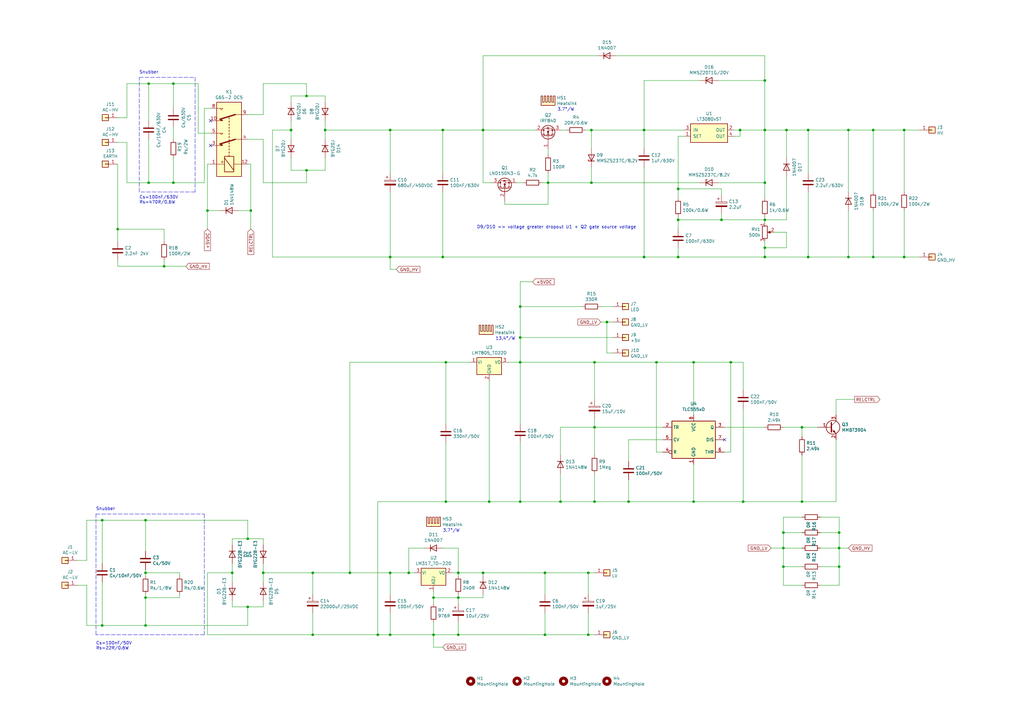
<source format=kicad_sch>
(kicad_sch (version 20211123) (generator eeschema)
  (paper "A3")
  (title_block (title "HV Power Supply") (date "2021-09-19") (rev "2b"))
  (junction (at 358.14 53.34))
  (junction (at 313.69 90.17))
  (junction (at 213.36 138.43))
  (junction (at 269.24 148.59))
  (junction (at 278.13 90.17))
  (junction (at 198.12 234.95))
  (junction (at 213.36 148.59))
  (junction (at 242.57 53.34))
  (junction (at 299.72 148.59))
  (junction (at 182.88 205.74))
  (junction (at 154.94 260.35))
  (junction (at 48.26 93.98))
  (junction (at 198.12 53.34))
  (junction (at 59.69 256.54))
  (junction (at 229.87 205.74))
  (junction (at 224.79 74.93))
  (junction (at 243.84 205.74))
  (junction (at 59.69 245.11))
  (junction (at 101.6 248.92))
  (junction (at 177.8 260.35))
  (junction (at 242.57 74.93))
  (junction (at 313.69 105.41))
  (junction (at 347.98 53.34))
  (junction (at 331.47 53.34))
  (junction (at 344.17 218.44))
  (junction (at 128.27 234.95))
  (junction (at 160.02 260.35))
  (junction (at 257.81 205.74))
  (junction (at 160.02 105.41))
  (junction (at 321.31 224.79))
  (junction (at 167.64 234.95))
  (junction (at 102.87 86.36))
  (junction (at 59.69 213.36))
  (junction (at 187.96 260.35))
  (junction (at 278.13 77.47))
  (junction (at 223.52 234.95))
  (junction (at 125.73 39.37))
  (junction (at 187.96 234.95))
  (junction (at 125.73 69.85))
  (junction (at 278.13 105.41))
  (junction (at 243.84 175.26))
  (junction (at 304.8 205.74))
  (junction (at 248.92 132.08))
  (junction (at 358.14 105.41))
  (junction (at 187.96 245.11))
  (junction (at 41.91 256.54))
  (junction (at 71.12 34.29))
  (junction (at 181.61 105.41))
  (junction (at 241.3 234.95))
  (junction (at 313.69 53.34))
  (junction (at 160.02 234.95))
  (junction (at 344.17 232.41))
  (junction (at 128.27 260.35))
  (junction (at 243.84 148.59))
  (junction (at 213.36 205.74))
  (junction (at 241.3 260.35))
  (junction (at 284.48 205.74))
  (junction (at 160.02 53.34))
  (junction (at 347.98 105.41))
  (junction (at 213.36 125.73))
  (junction (at 181.61 53.34))
  (junction (at 264.16 53.34))
  (junction (at 328.93 205.74))
  (junction (at 143.51 234.95))
  (junction (at 101.6 220.98))
  (junction (at 223.52 260.35))
  (junction (at 321.31 218.44))
  (junction (at 321.31 232.41))
  (junction (at 182.88 148.59))
  (junction (at 107.95 234.95))
  (junction (at 313.69 33.02))
  (junction (at 328.93 175.26))
  (junction (at 344.17 224.79))
  (junction (at 133.35 53.34))
  (junction (at 177.8 245.11))
  (junction (at 313.69 101.6))
  (junction (at 264.16 105.41))
  (junction (at 200.66 205.74))
  (junction (at 119.38 53.34))
  (junction (at 370.84 105.41))
  (junction (at 322.58 53.34))
  (junction (at 370.84 53.34))
  (junction (at 295.91 90.17))
  (junction (at 41.91 213.36))
  (junction (at 60.96 74.93))
  (junction (at 284.48 148.59))
  (junction (at 331.47 105.41))
  (junction (at 303.53 53.34))
  (junction (at 59.69 234.95))
  (junction (at 60.96 34.29))
  (junction (at 313.69 74.93))
  (junction (at 95.25 234.95))
  (junction (at 85.09 86.36))
  (junction (at 71.12 74.93))
  (junction (at 67.31 109.22))
  (no_connect (at 297.18 180.34))
  (no_connect (at 86.36 49.53))
  (no_connect (at 86.36 59.69))
  (wire (pts (xy 101.6 256.54) (xy 101.6 248.92)))
  (wire (pts (xy 95.25 220.98) (xy 101.6 220.98)))
  (wire (pts (xy 295.91 87.63) (xy 295.91 90.17)))
  (wire (pts (xy 313.69 101.6) (xy 322.58 101.6)))
  (wire (pts (xy 370.84 86.36) (xy 370.84 105.41)))
  (polyline (pts (xy 39.37 260.35) (xy 39.37 210.82)))
  (wire (pts (xy 60.96 57.15) (xy 60.96 74.93)))
  (wire (pts (xy 264.16 60.96) (xy 264.16 53.34)))
  (wire (pts (xy 71.12 74.93) (xy 60.96 74.93)))
  (wire (pts (xy 342.9 180.34) (xy 342.9 205.74)))
  (wire (pts (xy 107.95 46.99) (xy 107.95 34.29)))
  (wire (pts (xy 297.18 185.42) (xy 299.72 185.42)))
  (wire (pts (xy 187.96 224.79) (xy 181.61 224.79)))
  (wire (pts (xy 177.8 260.35) (xy 177.8 255.27)))
  (wire (pts (xy 128.27 260.35) (xy 128.27 251.46)))
  (wire (pts (xy 213.36 115.57) (xy 213.36 125.73)))
  (wire (pts (xy 76.2 109.22) (xy 67.31 109.22)))
  (wire (pts (xy 328.93 205.74) (xy 304.8 205.74)))
  (wire (pts (xy 336.55 224.79) (xy 344.17 224.79)))
  (wire (pts (xy 243.84 205.74) (xy 243.84 194.31)))
  (wire (pts (xy 48.26 58.42) (xy 52.07 58.42)))
  (wire (pts (xy 95.25 231.14) (xy 95.25 234.95)))
  (wire (pts (xy 35.56 256.54) (xy 41.91 256.54)))
  (wire (pts (xy 322.58 90.17) (xy 322.58 72.39)))
  (wire (pts (xy 31.75 240.03) (xy 35.56 240.03)))
  (wire (pts (xy 223.52 234.95) (xy 241.3 234.95)))
  (wire (pts (xy 322.58 101.6) (xy 322.58 95.25)))
  (wire (pts (xy 154.94 260.35) (xy 154.94 205.74)))
  (wire (pts (xy 331.47 71.12) (xy 331.47 53.34)))
  (wire (pts (xy 316.23 224.79) (xy 321.31 224.79)))
  (wire (pts (xy 241.3 251.46) (xy 241.3 260.35)))
  (polyline (pts (xy 57.15 78.74) (xy 57.15 31.75)))
  (wire (pts (xy 224.79 83.82) (xy 207.01 83.82)))
  (wire (pts (xy 229.87 205.74) (xy 213.36 205.74)))
  (wire (pts (xy 177.8 245.11) (xy 187.96 245.11)))
  (wire (pts (xy 59.69 233.68) (xy 59.69 234.95)))
  (wire (pts (xy 344.17 224.79) (xy 344.17 232.41)))
  (wire (pts (xy 242.57 60.96) (xy 242.57 53.34)))
  (wire (pts (xy 313.69 53.34) (xy 313.69 74.93)))
  (wire (pts (xy 85.09 260.35) (xy 85.09 234.95)))
  (wire (pts (xy 128.27 243.84) (xy 128.27 234.95)))
  (wire (pts (xy 160.02 260.35) (xy 177.8 260.35)))
  (wire (pts (xy 71.12 64.77) (xy 71.12 74.93)))
  (wire (pts (xy 278.13 81.28) (xy 278.13 77.47)))
  (wire (pts (xy 295.91 80.01) (xy 295.91 77.47)))
  (wire (pts (xy 322.58 64.77) (xy 322.58 53.34)))
  (wire (pts (xy 358.14 53.34) (xy 370.84 53.34)))
  (wire (pts (xy 67.31 109.22) (xy 48.26 109.22)))
  (wire (pts (xy 160.02 105.41) (xy 181.61 105.41)))
  (wire (pts (xy 313.69 33.02) (xy 313.69 22.86)))
  (wire (pts (xy 73.66 234.95) (xy 73.66 236.22)))
  (wire (pts (xy 71.12 34.29) (xy 81.28 34.29)))
  (wire (pts (xy 133.35 69.85) (xy 133.35 64.77)))
  (wire (pts (xy 331.47 78.74) (xy 331.47 105.41)))
  (wire (pts (xy 342.9 163.83) (xy 342.9 170.18)))
  (wire (pts (xy 35.56 213.36) (xy 41.91 213.36)))
  (wire (pts (xy 331.47 53.34) (xy 322.58 53.34)))
  (wire (pts (xy 160.02 110.49) (xy 160.02 105.41)))
  (wire (pts (xy 71.12 52.07) (xy 71.12 57.15)))
  (wire (pts (xy 143.51 234.95) (xy 160.02 234.95)))
  (wire (pts (xy 304.8 167.64) (xy 304.8 205.74)))
  (wire (pts (xy 232.41 53.34) (xy 229.87 53.34)))
  (wire (pts (xy 243.84 260.35) (xy 241.3 260.35)))
  (wire (pts (xy 81.28 34.29) (xy 81.28 54.61)))
  (wire (pts (xy 213.36 125.73) (xy 213.36 138.43)))
  (wire (pts (xy 328.93 212.09) (xy 321.31 212.09)))
  (wire (pts (xy 243.84 175.26) (xy 229.87 175.26)))
  (wire (pts (xy 358.14 86.36) (xy 358.14 105.41)))
  (wire (pts (xy 251.46 138.43) (xy 213.36 138.43)))
  (wire (pts (xy 181.61 265.43) (xy 177.8 265.43)))
  (wire (pts (xy 177.8 260.35) (xy 187.96 260.35)))
  (wire (pts (xy 218.44 115.57) (xy 213.36 115.57)))
  (wire (pts (xy 187.96 243.84) (xy 187.96 245.11)))
  (wire (pts (xy 264.16 33.02) (xy 264.16 53.34)))
  (wire (pts (xy 101.6 220.98) (xy 107.95 220.98)))
  (wire (pts (xy 304.8 205.74) (xy 284.48 205.74)))
  (wire (pts (xy 223.52 243.84) (xy 223.52 234.95)))
  (wire (pts (xy 344.17 224.79) (xy 347.98 224.79)))
  (wire (pts (xy 119.38 69.85) (xy 125.73 69.85)))
  (wire (pts (xy 187.96 234.95) (xy 187.96 224.79)))
  (wire (pts (xy 213.36 138.43) (xy 213.36 148.59)))
  (wire (pts (xy 181.61 78.74) (xy 181.61 105.41)))
  (wire (pts (xy 321.31 212.09) (xy 321.31 218.44)))
  (wire (pts (xy 243.84 175.26) (xy 243.84 171.45)))
  (wire (pts (xy 243.84 175.26) (xy 243.84 186.69)))
  (wire (pts (xy 187.96 234.95) (xy 198.12 234.95)))
  (wire (pts (xy 128.27 260.35) (xy 154.94 260.35)))
  (wire (pts (xy 111.76 53.34) (xy 111.76 105.41)))
  (wire (pts (xy 128.27 260.35) (xy 85.09 260.35)))
  (wire (pts (xy 248.92 132.08) (xy 251.46 132.08)))
  (wire (pts (xy 246.38 132.08) (xy 248.92 132.08)))
  (polyline (pts (xy 57.15 31.75) (xy 80.01 31.75)))
  (wire (pts (xy 223.52 251.46) (xy 223.52 260.35)))
  (wire (pts (xy 52.07 58.42) (xy 52.07 74.93)))
  (wire (pts (xy 31.75 229.87) (xy 35.56 229.87)))
  (wire (pts (xy 182.88 148.59) (xy 182.88 173.99)))
  (wire (pts (xy 107.95 220.98) (xy 107.95 223.52)))
  (wire (pts (xy 182.88 181.61) (xy 182.88 205.74)))
  (wire (pts (xy 280.67 55.88) (xy 278.13 55.88)))
  (wire (pts (xy 182.88 148.59) (xy 143.51 148.59)))
  (wire (pts (xy 187.96 260.35) (xy 223.52 260.35)))
  (wire (pts (xy 313.69 105.41) (xy 278.13 105.41)))
  (wire (pts (xy 242.57 53.34) (xy 264.16 53.34)))
  (wire (pts (xy 162.56 110.49) (xy 160.02 110.49)))
  (wire (pts (xy 133.35 53.34) (xy 133.35 57.15)))
  (wire (pts (xy 119.38 53.34) (xy 119.38 49.53)))
  (wire (pts (xy 284.48 205.74) (xy 257.81 205.74)))
  (wire (pts (xy 284.48 148.59) (xy 269.24 148.59)))
  (wire (pts (xy 278.13 90.17) (xy 278.13 93.98)))
  (wire (pts (xy 331.47 53.34) (xy 347.98 53.34)))
  (wire (pts (xy 200.66 156.21) (xy 200.66 205.74)))
  (wire (pts (xy 278.13 105.41) (xy 264.16 105.41)))
  (wire (pts (xy 313.69 22.86) (xy 252.73 22.86)))
  (wire (pts (xy 48.26 93.98) (xy 48.26 99.06)))
  (wire (pts (xy 125.73 39.37) (xy 133.35 39.37)))
  (wire (pts (xy 48.26 67.31) (xy 48.26 93.98)))
  (wire (pts (xy 313.69 81.28) (xy 313.69 74.93)))
  (wire (pts (xy 347.98 86.36) (xy 347.98 105.41)))
  (wire (pts (xy 243.84 205.74) (xy 229.87 205.74)))
  (wire (pts (xy 177.8 245.11) (xy 177.8 242.57)))
  (wire (pts (xy 344.17 240.03) (xy 336.55 240.03)))
  (wire (pts (xy 264.16 105.41) (xy 264.16 68.58)))
  (wire (pts (xy 321.31 224.79) (xy 321.31 232.41)))
  (wire (pts (xy 107.95 34.29) (xy 125.73 34.29)))
  (wire (pts (xy 160.02 53.34) (xy 181.61 53.34)))
  (wire (pts (xy 299.72 148.59) (xy 284.48 148.59)))
  (wire (pts (xy 370.84 53.34) (xy 377.19 53.34)))
  (wire (pts (xy 242.57 68.58) (xy 242.57 74.93)))
  (wire (pts (xy 328.93 224.79) (xy 321.31 224.79)))
  (wire (pts (xy 304.8 160.02) (xy 304.8 148.59)))
  (wire (pts (xy 60.96 34.29) (xy 60.96 49.53)))
  (wire (pts (xy 160.02 71.12) (xy 160.02 53.34)))
  (wire (pts (xy 328.93 175.26) (xy 321.31 175.26)))
  (wire (pts (xy 59.69 243.84) (xy 59.69 245.11)))
  (wire (pts (xy 41.91 256.54) (xy 41.91 238.76)))
  (wire (pts (xy 213.36 173.99) (xy 213.36 148.59)))
  (wire (pts (xy 119.38 41.91) (xy 119.38 39.37)))
  (wire (pts (xy 287.02 74.93) (xy 242.57 74.93)))
  (wire (pts (xy 81.28 54.61) (xy 86.36 54.61)))
  (wire (pts (xy 278.13 101.6) (xy 278.13 105.41)))
  (wire (pts (xy 347.98 53.34) (xy 347.98 78.74)))
  (wire (pts (xy 181.61 71.12) (xy 181.61 53.34)))
  (wire (pts (xy 313.69 90.17) (xy 313.69 88.9)))
  (wire (pts (xy 313.69 90.17) (xy 322.58 90.17)))
  (wire (pts (xy 344.17 212.09) (xy 344.17 218.44)))
  (wire (pts (xy 107.95 234.95) (xy 128.27 234.95)))
  (wire (pts (xy 101.6 213.36) (xy 101.6 220.98)))
  (polyline (pts (xy 80.01 78.74) (xy 57.15 78.74)))
  (wire (pts (xy 59.69 213.36) (xy 41.91 213.36)))
  (wire (pts (xy 336.55 212.09) (xy 344.17 212.09)))
  (wire (pts (xy 85.09 67.31) (xy 86.36 67.31)))
  (wire (pts (xy 119.38 57.15) (xy 119.38 53.34)))
  (wire (pts (xy 167.64 224.79) (xy 167.64 234.95)))
  (wire (pts (xy 107.95 234.95) (xy 107.95 238.76)))
  (wire (pts (xy 177.8 265.43) (xy 177.8 260.35)))
  (wire (pts (xy 321.31 240.03) (xy 328.93 240.03)))
  (wire (pts (xy 167.64 234.95) (xy 170.18 234.95)))
  (wire (pts (xy 264.16 53.34) (xy 280.67 53.34)))
  (wire (pts (xy 143.51 148.59) (xy 143.51 234.95)))
  (wire (pts (xy 102.87 67.31) (xy 102.87 86.36)))
  (wire (pts (xy 245.11 22.86) (xy 198.12 22.86)))
  (wire (pts (xy 243.84 148.59) (xy 269.24 148.59)))
  (wire (pts (xy 67.31 99.06) (xy 67.31 93.98)))
  (wire (pts (xy 125.73 74.93) (xy 107.95 74.93)))
  (wire (pts (xy 224.79 74.93) (xy 224.79 83.82)))
  (wire (pts (xy 182.88 205.74) (xy 200.66 205.74)))
  (wire (pts (xy 85.09 86.36) (xy 85.09 67.31)))
  (wire (pts (xy 313.69 91.44) (xy 313.69 90.17)))
  (wire (pts (xy 284.48 170.18) (xy 284.48 148.59)))
  (wire (pts (xy 101.6 67.31) (xy 102.87 67.31)))
  (wire (pts (xy 347.98 105.41) (xy 331.47 105.41)))
  (wire (pts (xy 347.98 53.34) (xy 358.14 53.34)))
  (wire (pts (xy 160.02 78.74) (xy 160.02 105.41)))
  (wire (pts (xy 322.58 53.34) (xy 313.69 53.34)))
  (wire (pts (xy 107.95 57.15) (xy 101.6 57.15)))
  (wire (pts (xy 299.72 185.42) (xy 299.72 148.59)))
  (wire (pts (xy 251.46 144.78) (xy 248.92 144.78)))
  (wire (pts (xy 344.17 232.41) (xy 344.17 240.03)))
  (wire (pts (xy 59.69 256.54) (xy 41.91 256.54)))
  (wire (pts (xy 185.42 234.95) (xy 187.96 234.95)))
  (wire (pts (xy 187.96 236.22) (xy 187.96 234.95)))
  (wire (pts (xy 264.16 105.41) (xy 181.61 105.41)))
  (wire (pts (xy 48.26 48.26) (xy 52.07 48.26)))
  (wire (pts (xy 101.6 46.99) (xy 107.95 46.99)))
  (wire (pts (xy 85.09 234.95) (xy 95.25 234.95)))
  (wire (pts (xy 83.82 44.45) (xy 86.36 44.45)))
  (wire (pts (xy 313.69 53.34) (xy 313.69 33.02)))
  (wire (pts (xy 223.52 260.35) (xy 241.3 260.35)))
  (wire (pts (xy 321.31 232.41) (xy 321.31 240.03)))
  (wire (pts (xy 246.38 125.73) (xy 251.46 125.73)))
  (wire (pts (xy 207.01 82.55) (xy 207.01 83.82)))
  (wire (pts (xy 224.79 74.93) (xy 242.57 74.93)))
  (wire (pts (xy 125.73 69.85) (xy 125.73 74.93)))
  (wire (pts (xy 198.12 234.95) (xy 198.12 236.22)))
  (wire (pts (xy 67.31 93.98) (xy 48.26 93.98)))
  (wire (pts (xy 198.12 243.84) (xy 198.12 245.11)))
  (wire (pts (xy 59.69 226.06) (xy 59.69 213.36)))
  (wire (pts (xy 95.25 234.95) (xy 95.25 238.76)))
  (wire (pts (xy 342.9 205.74) (xy 328.93 205.74)))
  (wire (pts (xy 303.53 53.34) (xy 300.99 53.34)))
  (wire (pts (xy 119.38 39.37) (xy 125.73 39.37)))
  (wire (pts (xy 133.35 53.34) (xy 160.02 53.34)))
  (wire (pts (xy 35.56 229.87) (xy 35.56 213.36)))
  (wire (pts (xy 71.12 34.29) (xy 71.12 44.45)))
  (wire (pts (xy 219.71 53.34) (xy 198.12 53.34)))
  (wire (pts (xy 313.69 53.34) (xy 303.53 53.34)))
  (wire (pts (xy 177.8 247.65) (xy 177.8 245.11)))
  (wire (pts (xy 328.93 186.69) (xy 328.93 205.74)))
  (wire (pts (xy 52.07 34.29) (xy 60.96 34.29)))
  (wire (pts (xy 271.78 175.26) (xy 243.84 175.26)))
  (wire (pts (xy 102.87 86.36) (xy 97.79 86.36)))
  (wire (pts (xy 160.02 260.35) (xy 160.02 251.46)))
  (wire (pts (xy 200.66 205.74) (xy 213.36 205.74)))
  (wire (pts (xy 304.8 148.59) (xy 299.72 148.59)))
  (wire (pts (xy 107.95 231.14) (xy 107.95 234.95)))
  (wire (pts (xy 95.25 248.92) (xy 95.25 246.38)))
  (wire (pts (xy 198.12 245.11) (xy 187.96 245.11)))
  (wire (pts (xy 48.26 109.22) (xy 48.26 106.68)))
  (wire (pts (xy 160.02 105.41) (xy 111.76 105.41)))
  (wire (pts (xy 73.66 245.11) (xy 59.69 245.11)))
  (wire (pts (xy 214.63 74.93) (xy 212.09 74.93)))
  (wire (pts (xy 294.64 74.93) (xy 313.69 74.93)))
  (wire (pts (xy 59.69 245.11) (xy 59.69 256.54)))
  (wire (pts (xy 107.95 74.93) (xy 107.95 57.15)))
  (wire (pts (xy 35.56 240.03) (xy 35.56 256.54)))
  (wire (pts (xy 229.87 175.26) (xy 229.87 186.69)))
  (wire (pts (xy 335.28 175.26) (xy 328.93 175.26)))
  (wire (pts (xy 344.17 224.79) (xy 344.17 218.44)))
  (wire (pts (xy 269.24 185.42) (xy 269.24 148.59)))
  (wire (pts (xy 59.69 256.54) (xy 101.6 256.54)))
  (polyline (pts (xy 83.82 260.35) (xy 39.37 260.35)))
  (wire (pts (xy 242.57 53.34) (xy 240.03 53.34)))
  (wire (pts (xy 257.81 205.74) (xy 243.84 205.74)))
  (polyline (pts (xy 83.82 210.82) (xy 83.82 260.35)))
  (wire (pts (xy 101.6 213.36) (xy 59.69 213.36)))
  (wire (pts (xy 229.87 205.74) (xy 229.87 194.31)))
  (wire (pts (xy 370.84 105.41) (xy 358.14 105.41)))
  (wire (pts (xy 198.12 234.95) (xy 223.52 234.95)))
  (wire (pts (xy 133.35 39.37) (xy 133.35 41.91)))
  (wire (pts (xy 52.07 74.93) (xy 60.96 74.93)))
  (wire (pts (xy 102.87 93.98) (xy 102.87 86.36)))
  (wire (pts (xy 295.91 90.17) (xy 278.13 90.17)))
  (wire (pts (xy 71.12 74.93) (xy 83.82 74.93)))
  (wire (pts (xy 295.91 77.47) (xy 278.13 77.47)))
  (wire (pts (xy 154.94 205.74) (xy 182.88 205.74)))
  (wire (pts (xy 303.53 55.88) (xy 303.53 53.34)))
  (wire (pts (xy 271.78 180.34) (xy 257.81 180.34)))
  (wire (pts (xy 95.25 220.98) (xy 95.25 223.52)))
  (wire (pts (xy 41.91 213.36) (xy 41.91 231.14)))
  (polyline (pts (xy 80.01 31.75) (xy 80.01 78.74)))
  (wire (pts (xy 241.3 234.95) (xy 243.84 234.95)))
  (wire (pts (xy 321.31 218.44) (xy 321.31 224.79)))
  (wire (pts (xy 322.58 95.25) (xy 317.5 95.25)))
  (wire (pts (xy 377.19 105.41) (xy 370.84 105.41)))
  (wire (pts (xy 224.79 63.5) (xy 224.79 60.96)))
  (wire (pts (xy 278.13 88.9) (xy 278.13 90.17)))
  (wire (pts (xy 213.36 148.59) (xy 243.84 148.59)))
  (wire (pts (xy 125.73 39.37) (xy 125.73 34.29)))
  (wire (pts (xy 119.38 64.77) (xy 119.38 69.85)))
  (wire (pts (xy 128.27 234.95) (xy 143.51 234.95)))
  (polyline (pts (xy 39.37 210.82) (xy 83.82 210.82)))
  (wire (pts (xy 198.12 74.93) (xy 198.12 53.34)))
  (wire (pts (xy 59.69 236.22) (xy 59.69 234.95)))
  (wire (pts (xy 187.96 260.35) (xy 187.96 255.27)))
  (wire (pts (xy 73.66 243.84) (xy 73.66 245.11)))
  (wire (pts (xy 213.36 125.73) (xy 238.76 125.73)))
  (wire (pts (xy 243.84 163.83) (xy 243.84 148.59)))
  (wire (pts (xy 198.12 22.86) (xy 198.12 53.34)))
  (wire (pts (xy 241.3 243.84) (xy 241.3 234.95)))
  (wire (pts (xy 344.17 218.44) (xy 336.55 218.44)))
  (wire (pts (xy 248.92 144.78) (xy 248.92 132.08)))
  (wire (pts (xy 331.47 105.41) (xy 313.69 105.41)))
  (wire (pts (xy 101.6 248.92) (xy 107.95 248.92)))
  (wire (pts (xy 287.02 33.02) (xy 264.16 33.02)))
  (wire (pts (xy 160.02 243.84) (xy 160.02 234.95)))
  (wire (pts (xy 313.69 90.17) (xy 295.91 90.17)))
  (wire (pts (xy 313.69 101.6) (xy 313.69 99.06)))
  (wire (pts (xy 187.96 245.11) (xy 187.96 247.65)))
  (wire (pts (xy 133.35 49.53) (xy 133.35 53.34)))
  (wire (pts (xy 59.69 234.95) (xy 73.66 234.95)))
  (wire (pts (xy 95.25 248.92) (xy 101.6 248.92)))
  (wire (pts (xy 160.02 234.95) (xy 167.64 234.95)))
  (wire (pts (xy 224.79 71.12) (xy 224.79 74.93)))
  (wire (pts (xy 154.94 260.35) (xy 160.02 260.35)))
  (wire (pts (xy 358.14 105.41) (xy 347.98 105.41)))
  (wire (pts (xy 313.69 33.02) (xy 294.64 33.02)))
  (wire (pts (xy 358.14 78.74) (xy 358.14 53.34)))
  (wire (pts (xy 213.36 205.74) (xy 213.36 181.61)))
  (wire (pts (xy 328.93 232.41) (xy 321.31 232.41)))
  (wire (pts (xy 125.73 69.85) (xy 133.35 69.85)))
  (wire (pts (xy 85.09 86.36) (xy 90.17 86.36)))
  (wire (pts (xy 313.69 105.41) (xy 313.69 101.6)))
  (wire (pts (xy 107.95 246.38) (xy 107.95 248.92)))
  (wire (pts (xy 271.78 185.42) (xy 269.24 185.42)))
  (wire (pts (xy 83.82 74.93) (xy 83.82 44.45)))
  (wire (pts (xy 278.13 55.88) (xy 278.13 77.47)))
  (wire (pts (xy 328.93 218.44) (xy 321.31 218.44)))
  (wire (pts (xy 222.25 74.93) (xy 224.79 74.93)))
  (wire (pts (xy 201.93 74.93) (xy 198.12 74.93)))
  (wire (pts (xy 350.52 163.83) (xy 342.9 163.83)))
  (wire (pts (xy 284.48 190.5) (xy 284.48 205.74)))
  (wire (pts (xy 257.81 180.34) (xy 257.81 189.23)))
  (wire (pts (xy 300.99 55.88) (xy 303.53 55.88)))
  (wire (pts (xy 336.55 232.41) (xy 344.17 232.41)))
  (wire (pts (xy 198.12 53.34) (xy 181.61 53.34)))
  (wire (pts (xy 257.81 205.74) (xy 257.81 196.85)))
  (wire (pts (xy 328.93 179.07) (xy 328.93 175.26)))
  (wire (pts (xy 85.09 93.98) (xy 85.09 86.36)))
  (wire (pts (xy 297.18 175.26) (xy 313.69 175.26)))
  (wire (pts (xy 67.31 106.68) (xy 67.31 109.22)))
  (wire (pts (xy 370.84 78.74) (xy 370.84 53.34)))
  (wire (pts (xy 193.04 148.59) (xy 182.88 148.59)))
  (wire (pts (xy 71.12 34.29) (xy 60.96 34.29)))
  (wire (pts (xy 119.38 53.34) (xy 111.76 53.34)))
  (wire (pts (xy 173.99 224.79) (xy 167.64 224.79)))
  (wire (pts (xy 208.28 148.59) (xy 213.36 148.59)))
  (wire (pts (xy 52.07 48.26) (xy 52.07 34.29)))
  (text "Snubber" (at 39.37 209.55 0) (effects (font (size 1.27 1.27)) (justify left bottom)))
  (text "D9/D10 => voltage greater dropout U1 + Q2 gate source voltage" (at 195.58 93.98 0) (effects (font (size 1.27 1.27)) (justify left bottom)))
  (text "Cs=100nF/630V\nRs=470R/0.6W" (at 57.15 83.82 0) (effects (font (size 1.27 1.27)) (justify left bottom)))
  (text "Snubber" (at 57.15 30.48 0) (effects (font (size 1.27 1.27)) (justify left bottom)))
  (text "13,4°/W" (at 203.2 139.7 0) (effects (font (size 1.27 1.27)) (justify left bottom)))
  (text "3.7°/W" (at 228.6 45.72 0) (effects (font (size 1.27 1.27)) (justify left bottom)))
  (text "Cs=100nF/50V\nRs=22R/0.6W" (at 39.37 266.7 0) (effects (font (size 1.27 1.27)) (justify left bottom)))
  (text "3.7°/W" (at 181.61 218.44 0) (effects (font (size 1.27 1.27)) (justify left bottom)))
  (global_label "RELCTRL" (shape input) (at 102.87 93.98 270) (property "Intersheet References" "${INTERSHEET_REFS}" (effects hide)))
  (global_label "+5VDC" (shape input) (at 218.44 115.57 0) (property "Intersheet References" "${INTERSHEET_REFS}" (effects hide)))
  (global_label "GND_LV" (shape input) (at 181.61 265.43 0) (property "Intersheet References" "${INTERSHEET_REFS}" (effects hide)))
  (global_label "+5VDC" (shape input) (at 85.09 93.98 270) (property "Intersheet References" "${INTERSHEET_REFS}" (effects hide)))
  (global_label "GND_HV" (shape input) (at 162.56 110.49 0) (property "Intersheet References" "${INTERSHEET_REFS}" (effects hide)))
  (global_label "GND_LV" (shape input) (at 316.23 224.79 180) (property "Intersheet References" "${INTERSHEET_REFS}" (effects hide)))
  (global_label "RELCTRL" (shape output) (at 350.52 163.83 0) (property "Intersheet References" "${INTERSHEET_REFS}" (effects hide)))
  (global_label "GND_HV" (shape input) (at 76.2 109.22 0) (property "Intersheet References" "${INTERSHEET_REFS}" (effects hide)))
  (global_label "GND_LV" (shape input) (at 246.38 132.08 180) (property "Intersheet References" "${INTERSHEET_REFS}" (effects hide)))
  (global_label "GND_HV" (shape input) (at 347.98 224.79 0) (property "Intersheet References" "${INTERSHEET_REFS}" (effects hide)))
  (symbol (lib_id "Mechanical:MountingHole") (at 212.09 279.4 0) (unit 1)
    (property "Reference" "H2" (at 214.63 278.2316 0) (effects (justify left)))
    (property "Value" "MountingHole" (at 214.63 280.543 0) (effects (justify left)))
    (property "Footprint" "MountingHole:MountingHole_3.2mm_M3" (effects hide))
  )
  (symbol (lib_id "Mechanical:MountingHole") (at 231.14 279.4 0) (unit 1)
    (property "Reference" "H3" (at 233.68 278.2316 0) (effects (justify left)))
    (property "Value" "MountingHole" (at 233.68 280.543 0) (effects (justify left)))
    (property "Footprint" "MountingHole:MountingHole_3.2mm_M3" (effects hide))
  )
  (symbol (lib_id "Mechanical:MountingHole") (at 193.04 279.4 0) (unit 1)
    (property "Reference" "H1" (at 195.58 278.2316 0) (effects (justify left)))
    (property "Value" "MountingHole" (at 195.58 280.543 0) (effects (justify left)))
    (property "Footprint" "MountingHole:MountingHole_3.2mm_M3" (effects hide))
  )
  (symbol (lib_id "Mechanical:MountingHole") (at 248.92 279.4 0) (unit 1)
    (property "Reference" "H4" (at 251.46 278.2316 0) (effects (justify left)))
    (property "Value" "MountingHole" (at 251.46 280.543 0) (effects (justify left)))
    (property "Footprint" "MountingHole:MountingHole_3.2mm_M3" (effects hide))
  )
  (symbol (lib_id "Connector_Generic:Conn_01x01") (at 382.27 53.34 0) (unit 1)
    (property "Reference" "J3" (at 384.302 52.2732 0) (effects (justify left)))
    (property "Value" "HV" (at 384.302 54.5846 0) (effects (justify left)))
    (property "Footprint" "Connector_Pin:Pin_D1.3mm_L11.0mm" (effects hide))
  )
  (symbol (lib_id "Device:C_Polarized") (at 160.02 74.93 0) (unit 1)
    (property "Reference" "C10" (at 163.0172 73.7616 0) (effects (justify left)))
    (property "Value" "680uF/450VDC" (at 163.0172 76.073 0) (effects (justify left)))
    (property "Footprint" "Capacitor_THT:CP_Radial_D35.0mm_P10.00mm_SnapIn" (effects hide))
  )
  (symbol (lib_id "Device:C") (at 181.61 74.93 0) (unit 1)
    (property "Reference" "C11" (at 184.531 73.7616 0) (effects (justify left)))
    (property "Value" "100nF/630V" (at 184.531 76.073 0) (effects (justify left)))
    (property "Footprint" "Capacitor_THT:C_Rect_L18.0mm_W5.0mm_P15.00mm_FKS3_FKP3" (effects hide))
  )
  (symbol (lib_id "Device:Q_NMOS_SGD") (at 207.01 77.47 90) (unit 1)
    (property "Reference" "Q1" (at 207.01 68.7832 90))
    (property "Value" "LND150N3-G" (at 207.01 71.0946 90))
    (property "Footprint" "Package_TO_SOT_SMD:SOT-89-3" (effects hide))
  )
  (symbol (lib_id "Device:R") (at 218.44 74.93 270) (unit 1)
    (property "Reference" "R2" (at 218.44 69.6722 90))
    (property "Value" "4.7k" (at 218.44 71.9836 90))
    (property "Footprint" "Resistor_SMD:R_0805_2012Metric_Pad1.20x1.40mm_HandSolder" (effects hide))
  )
  (symbol (lib_id "Transistor_FET:IRF740") (at 224.79 55.88 90) (unit 1)
    (property "Reference" "Q2" (at 224.79 47.1932 90))
    (property "Value" "IRF840" (at 224.79 49.5046 90))
    (property "Footprint" "Package_TO_SOT_THT:TO-220-3_Vertical" (effects hide))
    (property "Datasheet" "http://www.vishay.com/docs/91054/91054.pdf" (effects hide))
  )
  (symbol (lib_id "Device:R") (at 236.22 53.34 270) (unit 1)
    (property "Reference" "R4" (at 236.22 48.0822 90))
    (property "Value" "20R/0.6W" (at 236.22 50.3936 90))
    (property "Footprint" "Resistor_THT:R_Axial_DIN0207_L6.3mm_D2.5mm_P10.16mm_Horizontal" (effects hide))
  )
  (symbol (lib_id "Device:R") (at 224.79 67.31 180) (unit 1)
    (property "Reference" "R3" (at 226.568 66.1416 0) (effects (justify right)))
    (property "Value" "100R" (at 226.568 68.453 0) (effects (justify right)))
    (property "Footprint" "Resistor_SMD:R_0805_2012Metric_Pad1.20x1.40mm_HandSolder" (effects hide))
  )
  (symbol (lib_id "Diode:1N47xxA") (at 242.57 64.77 90) (unit 1)
    (property "Reference" "D9" (at 244.602 63.6016 90) (effects (justify right)))
    (property "Value" "MMSZ5237C/8.2V" (at 244.602 65.913 90) (effects (justify right)))
    (property "Footprint" "Diode_SMD:D_SOD-123" (effects hide))
  )
  (symbol (lib_id "Device:R") (at 332.74 218.44 270) (unit 1)
    (property "Reference" "R17" (at 333.9084 220.218 0) (effects (justify left)))
    (property "Value" "0R" (at 331.597 220.218 0) (effects (justify left)))
    (property "Footprint" "Resistor_SMD:R_1206_3216Metric_Pad1.30x1.75mm_HandSolder" (effects hide))
  )
  (symbol (lib_id "Device:C") (at 264.16 64.77 0) (unit 1)
    (property "Reference" "C12" (at 267.081 63.6016 0) (effects (justify left)))
    (property "Value" "1uF/630V" (at 267.081 65.913 0) (effects (justify left)))
    (property "Footprint" "Capacitor_THT:C_Rect_L26.5mm_W10.5mm_P22.50mm_MKS4" (effects hide))
  )
  (symbol (lib_id "Diode:1N47xxA") (at 290.83 74.93 0) (unit 1)
    (property "Reference" "D10" (at 290.83 69.4182 0))
    (property "Value" "MMSZ5237C/8.2V" (at 290.83 71.7296 0))
    (property "Footprint" "Diode_SMD:D_SOD-123" (effects hide))
  )
  (symbol (lib_id "Device:R") (at 278.13 85.09 180) (unit 1)
    (property "Reference" "R5" (at 279.908 83.9216 0) (effects (justify right)))
    (property "Value" "100k/0.6W" (at 279.908 86.233 0) (effects (justify right)))
    (property "Footprint" "Resistor_THT:R_Axial_DIN0207_L6.3mm_D2.5mm_P10.16mm_Horizontal" (effects hide))
  )
  (symbol (lib_id "Device:R") (at 313.69 85.09 180) (unit 1)
    (property "Reference" "R6" (at 315.468 83.9216 0) (effects (justify right)))
    (property "Value" "1k/0.6W" (at 315.468 86.233 0) (effects (justify right)))
    (property "Footprint" "Resistor_THT:R_Axial_DIN0207_L6.3mm_D2.5mm_P10.16mm_Horizontal" (effects hide))
  )
  (symbol (lib_id "Device:R_Potentiometer") (at 313.69 95.25 0) (unit 1)
    (property "Reference" "RV1" (at 311.9374 94.0816 0) (effects (justify right)))
    (property "Value" "500k" (at 311.9374 96.393 0) (effects (justify right)))
    (property "Footprint" "Potentiometer_THT:Potentiometer_Bourns_3296W_Vertical" (effects hide))
  )
  (symbol (lib_id "Device:R") (at 332.74 212.09 270) (unit 1)
    (property "Reference" "R16" (at 333.9084 213.868 0) (effects (justify left)))
    (property "Value" "0R" (at 331.597 213.868 0) (effects (justify left)))
    (property "Footprint" "Resistor_SMD:R_1206_3216Metric_Pad1.30x1.75mm_HandSolder" (effects hide))
  )
  (symbol (lib_id "Device:C_Polarized") (at 128.27 247.65 0) (unit 1)
    (property "Reference" "C14" (at 131.2672 246.4816 0) (effects (justify left)))
    (property "Value" "22000uF/25VDC" (at 131.2672 248.793 0) (effects (justify left)))
    (property "Footprint" "Capacitor_THT:CP_Radial_D35.0mm_P10.00mm_SnapIn" (effects hide))
  )
  (symbol (lib_id "Regulator_Linear:LM317_TO-220") (at 177.8 234.95 0) (unit 1)
    (property "Reference" "U2" (at 177.8 228.8032 0))
    (property "Value" "LM317_TO-220" (at 177.8 231.1146 0))
    (property "Footprint" "Package_TO_SOT_THT:TO-220-3_Vertical" (effects hide))
    (property "Datasheet" "http://www.ti.com/lit/ds/symlink/lm317.pdf" (effects hide))
  )
  (symbol (lib_id "Device:C") (at 160.02 247.65 0) (unit 1)
    (property "Reference" "C15" (at 162.941 246.4816 0) (effects (justify left)))
    (property "Value" "100nF/50V" (at 162.941 248.793 0) (effects (justify left)))
    (property "Footprint" "Capacitor_SMD:C_0805_2012Metric_Pad1.18x1.45mm_HandSolder" (effects hide))
  )
  (symbol (lib_id "Device:R") (at 177.8 251.46 0) (unit 1)
    (property "Reference" "R7" (at 179.578 250.2916 0) (effects (justify left)))
    (property "Value" "976R" (at 179.578 252.603 0) (effects (justify left)))
    (property "Footprint" "Resistor_SMD:R_0805_2012Metric_Pad1.20x1.40mm_HandSolder" (effects hide))
  )
  (symbol (lib_id "Device:R") (at 187.96 240.03 0) (unit 1)
    (property "Reference" "R8" (at 189.738 238.8616 0) (effects (justify left)))
    (property "Value" "240R" (at 189.738 241.173 0) (effects (justify left)))
    (property "Footprint" "Resistor_SMD:R_0805_2012Metric_Pad1.20x1.40mm_HandSolder" (effects hide))
  )
  (symbol (lib_id "Diode:1N4007") (at 177.8 224.79 0) (unit 1)
    (property "Reference" "D11" (at 177.8 219.2782 0))
    (property "Value" "1N4007" (at 177.8 221.5896 0))
    (property "Footprint" "Diode_SMD:D_SMA_Handsoldering" (effects hide))
    (property "Datasheet" "http://www.vishay.com/docs/88503/1n4001.pdf" (effects hide))
  )
  (symbol (lib_id "Device:C_Polarized") (at 187.96 251.46 0) (unit 1)
    (property "Reference" "C17" (at 190.9572 250.2916 0) (effects (justify left)))
    (property "Value" "10uF/25V" (at 190.9572 252.603 0) (effects (justify left)))
    (property "Footprint" "Capacitor_THT:CP_Radial_D5.0mm_P2.00mm" (effects hide))
  )
  (symbol (lib_id "Diode:1N4007") (at 198.12 240.03 270) (unit 1)
    (property "Reference" "D12" (at 200.152 238.8616 90) (effects (justify left)))
    (property "Value" "1N4148W" (at 200.152 241.173 90) (effects (justify left)))
    (property "Footprint" "Diode_SMD:D_SOD-123" (effects hide))
    (property "Datasheet" "http://www.vishay.com/docs/88503/1n4001.pdf" (effects hide))
  )
  (symbol (lib_id "Device:C") (at 331.47 74.93 0) (unit 1)
    (property "Reference" "C23" (at 334.391 73.7616 0) (effects (justify left)))
    (property "Value" "2.2uF/630V" (at 334.391 76.073 0) (effects (justify left)))
    (property "Footprint" "Capacitor_THT:C_Rect_L33.0mm_W15.0mm_P27.50mm_MKS4" (effects hide))
  )
  (symbol (lib_id "Diode:1N47xxA") (at 290.83 33.02 0) (unit 1)
    (property "Reference" "D16" (at 290.83 27.5082 0))
    (property "Value" "MMSZ20T1G/20V" (at 290.83 29.8196 0))
    (property "Footprint" "Diode_SMD:D_SOD-123" (effects hide))
  )
  (symbol (lib_id "Connector_Generic:Conn_01x01") (at 382.27 105.41 0) (unit 1)
    (property "Reference" "J4" (at 384.302 104.3432 0) (effects (justify left)))
    (property "Value" "GND_HV" (at 384.302 106.6546 0) (effects (justify left)))
    (property "Footprint" "Connector_Pin:Pin_D1.3mm_L11.0mm" (effects hide))
  )
  (symbol (lib_id "Transistor_BJT:MMBT3904") (at 340.36 175.26 0) (unit 1)
    (property "Reference" "Q3" (at 345.2114 174.0916 0) (effects (justify left)))
    (property "Value" "MMBT3904" (at 345.2114 176.403 0) (effects (justify left)))
    (property "Footprint" "Package_TO_SOT_SMD:SOT-23" (effects hide))
    (property "Datasheet" "https://www.onsemi.com/pub/Collateral/2N3903-D.PDF" (effects hide))
  )
  (symbol (lib_id "Device:R") (at 328.93 182.88 0) (unit 1)
    (property "Reference" "R11" (at 330.708 181.7116 0) (effects (justify left)))
    (property "Value" "2.49k" (at 330.708 184.023 0) (effects (justify left)))
    (property "Footprint" "Resistor_SMD:R_0805_2012Metric_Pad1.20x1.40mm_HandSolder" (effects hide))
  )
  (symbol (lib_id "Device:R") (at 317.5 175.26 270) (unit 1)
    (property "Reference" "R10" (at 317.5 170.0022 90))
    (property "Value" "2.49k" (at 317.5 172.3136 90))
    (property "Footprint" "Resistor_SMD:R_0805_2012Metric_Pad1.20x1.40mm_HandSolder" (effects hide))
  )
  (symbol (lib_id "Timer:TLC555xD") (at 284.48 180.34 0) (unit 1)
    (property "Reference" "U4" (at 284.48 165.5826 0))
    (property "Value" "TLC555xD" (at 284.48 167.894 0))
    (property "Footprint" "Package_SO:SOIC-8_3.9x4.9mm_P1.27mm" (effects hide))
    (property "Datasheet" "http://www.ti.com/lit/ds/symlink/tlc555.pdf" (effects hide))
  )
  (symbol (lib_id "Regulator_Linear:LM7805_TO220") (at 200.66 148.59 0) (unit 1)
    (property "Reference" "U3" (at 200.66 142.4432 0))
    (property "Value" "LM7805_TO220" (at 200.66 144.7546 0))
    (property "Footprint" "Package_TO_SOT_THT:TO-220-3_Vertical" (effects hide))
    (property "Datasheet" "https://www.onsemi.cn/PowerSolutions/document/MC7800-D.PDF" (effects hide))
  )
  (symbol (lib_id "Device:C") (at 304.8 163.83 0) (unit 1)
    (property "Reference" "C22" (at 307.721 162.6616 0) (effects (justify left)))
    (property "Value" "100nF/50V" (at 307.721 164.973 0) (effects (justify left)))
    (property "Footprint" "Capacitor_SMD:C_0805_2012Metric_Pad1.18x1.45mm_HandSolder" (effects hide))
  )
  (symbol (lib_id "Device:C_Polarized") (at 241.3 247.65 0) (unit 1)
    (property "Reference" "C19" (at 244.2972 246.4816 0) (effects (justify left)))
    (property "Value" "1uF/25V" (at 244.2972 248.793 0) (effects (justify left)))
    (property "Footprint" "Capacitor_THT:CP_Radial_D5.0mm_P2.00mm" (effects hide))
  )
  (symbol (lib_id "Connector_Generic:Conn_01x01") (at 248.92 260.35 0) (unit 1)
    (property "Reference" "J6" (at 250.952 259.2832 0) (effects (justify left)))
    (property "Value" "GND_LV" (at 250.952 261.5946 0) (effects (justify left)))
    (property "Footprint" "Connector_Pin:Pin_D1.3mm_L11.0mm" (effects hide))
  )
  (symbol (lib_id "Connector_Generic:Conn_01x01") (at 248.92 234.95 0) (unit 1)
    (property "Reference" "J5" (at 250.952 233.8832 0) (effects (justify left)))
    (property "Value" "LV" (at 250.952 236.1946 0) (effects (justify left)))
    (property "Footprint" "Connector_Pin:Pin_D1.3mm_L11.0mm" (effects hide))
  )
  (symbol (lib_id "Diode:1N4007") (at 248.92 22.86 0) (unit 1)
    (property "Reference" "D15" (at 248.92 17.3482 0))
    (property "Value" "1N4007" (at 248.92 19.6596 0))
    (property "Footprint" "Diode_SMD:D_SMA_Handsoldering" (effects hide))
    (property "Datasheet" "http://www.vishay.com/docs/88503/1n4001.pdf" (effects hide))
  )
  (symbol (lib_id "Device:C") (at 257.81 193.04 0) (unit 1)
    (property "Reference" "C21" (at 260.731 191.8716 0) (effects (justify left)))
    (property "Value" "100nF/50V" (at 260.731 194.183 0) (effects (justify left)))
    (property "Footprint" "Capacitor_SMD:C_0805_2012Metric_Pad1.18x1.45mm_HandSolder" (effects hide))
  )
  (symbol (lib_id "Device:C_Polarized") (at 243.84 167.64 0) (unit 1)
    (property "Reference" "C20" (at 246.8372 166.4716 0) (effects (justify left)))
    (property "Value" "15uF/10V" (at 246.8372 168.783 0) (effects (justify left)))
    (property "Footprint" "Capacitor_Tantalum_SMD:CP_EIA-3216-12_Kemet-S_Pad1.58x1.35mm_HandSolder" (effects hide))
  )
  (symbol (lib_id "Device:R") (at 243.84 190.5 0) (unit 1)
    (property "Reference" "R9" (at 245.618 189.3316 0) (effects (justify left)))
    (property "Value" "1Meg" (at 245.618 191.643 0) (effects (justify left)))
    (property "Footprint" "Resistor_SMD:R_0805_2012Metric_Pad1.20x1.40mm_HandSolder" (effects hide))
  )
  (symbol (lib_id "Diode:1N4148W") (at 229.87 190.5 270) (unit 1)
    (property "Reference" "D13" (at 231.902 189.3316 90) (effects (justify left)))
    (property "Value" "1N4148W" (at 231.902 191.643 90) (effects (justify left)))
    (property "Footprint" "Diode_SMD:D_SOD-123" (effects hide))
    (property "Datasheet" "https://www.vishay.com/docs/85748/1n4148w.pdf" (effects hide))
  )
  (symbol (lib_id "Device:C_Polarized") (at 295.91 83.82 0) (unit 1)
    (property "Reference" "C13" (at 298.9072 82.6516 0) (effects (justify left)))
    (property "Value" "2.2uF" (at 298.9072 84.963 0) (effects (justify left)))
    (property "Footprint" "Capacitor_THT:CP_Radial_D5.0mm_P2.50mm" (effects hide))
  )
  (symbol (lib_id "Device:C") (at 182.88 177.8 0) (unit 1)
    (property "Reference" "C16" (at 185.801 176.6316 0) (effects (justify left)))
    (property "Value" "330nF/50V" (at 185.801 178.943 0) (effects (justify left)))
    (property "Footprint" "Capacitor_SMD:C_0805_2012Metric_Pad1.18x1.45mm_HandSolder" (effects hide))
  )
  (symbol (lib_id "Device:C") (at 213.36 177.8 0) (unit 1)
    (property "Reference" "C18" (at 216.281 176.6316 0) (effects (justify left)))
    (property "Value" "100nF/50V" (at 216.281 178.943 0) (effects (justify left)))
    (property "Footprint" "Capacitor_SMD:C_0805_2012Metric_Pad1.18x1.45mm_HandSolder" (effects hide))
  )
  (symbol (lib_id "Mechanical:Heatsink") (at 177.8 215.9 0) (unit 1)
    (property "Reference" "HS3" (at 181.4068 212.8266 0) (effects (justify left)))
    (property "Value" "Heatsink" (at 181.4068 215.138 0) (effects (justify left)))
    (property "Footprint" "Heatsink:Heatsink_Fischer_SK129-STS_42x25mm_2xDrill2.5mm" (effects hide))
  )
  (symbol (lib_id "Device:R") (at 332.74 224.79 270) (unit 1)
    (property "Reference" "R12" (at 333.9084 226.568 0) (effects (justify left)))
    (property "Value" "0R" (at 331.597 226.568 0) (effects (justify left)))
    (property "Footprint" "Resistor_SMD:R_1206_3216Metric_Pad1.30x1.75mm_HandSolder" (effects hide))
  )
  (symbol (lib_id "Device:R") (at 332.74 232.41 270) (unit 1)
    (property "Reference" "R13" (at 333.9084 234.188 0) (effects (justify left)))
    (property "Value" "0R" (at 331.597 234.188 0) (effects (justify left)))
    (property "Footprint" "Resistor_SMD:R_1206_3216Metric_Pad1.30x1.75mm_HandSolder" (effects hide))
  )
  (symbol (lib_id "Device:R") (at 332.74 240.03 270) (unit 1)
    (property "Reference" "R14" (at 333.9084 241.808 0) (effects (justify left)))
    (property "Value" "0R" (at 331.597 241.808 0) (effects (justify left)))
    (property "Footprint" "Resistor_SMD:R_1206_3216Metric_Pad1.30x1.75mm_HandSolder" (effects hide))
  )
  (symbol (lib_id "Device:R") (at 242.57 125.73 270) (unit 1)
    (property "Reference" "R15" (at 242.57 120.4722 90))
    (property "Value" "330R" (at 242.57 122.7836 90))
    (property "Footprint" "Resistor_SMD:R_0805_2012Metric_Pad1.20x1.40mm_HandSolder" (effects hide))
  )
  (symbol (lib_id "Connector_Generic:Conn_01x01") (at 256.54 132.08 0) (unit 1)
    (property "Reference" "J8" (at 258.572 131.0132 0) (effects (justify left)))
    (property "Value" "GND_LV" (at 258.572 133.3246 0) (effects (justify left)))
    (property "Footprint" "Connector_Pin:Pin_D1.0mm_L10.0mm" (effects hide))
  )
  (symbol (lib_id "Connector_Generic:Conn_01x01") (at 256.54 125.73 0) (unit 1)
    (property "Reference" "J7" (at 258.572 124.6632 0) (effects (justify left)))
    (property "Value" "LED" (at 258.572 126.9746 0) (effects (justify left)))
    (property "Footprint" "Connector_Pin:Pin_D1.0mm_L10.0mm" (effects hide))
  )
  (symbol (lib_id "Connector_Generic:Conn_01x01") (at 256.54 144.78 0) (unit 1)
    (property "Reference" "J10" (at 258.572 143.7132 0) (effects (justify left)))
    (property "Value" "GND_LV" (at 258.572 146.0246 0) (effects (justify left)))
    (property "Footprint" "Connector_Pin:Pin_D1.0mm_L10.0mm" (effects hide))
  )
  (symbol (lib_id "Connector_Generic:Conn_01x01") (at 256.54 138.43 0) (unit 1)
    (property "Reference" "J9" (at 258.572 137.3632 0) (effects (justify left)))
    (property "Value" "+5V" (at 258.572 139.6746 0) (effects (justify left)))
    (property "Footprint" "Connector_Pin:Pin_D1.0mm_L10.0mm" (effects hide))
  )
  (symbol (lib_id "Device:C") (at 278.13 97.79 0) (unit 1)
    (property "Reference" "C7" (at 281.051 96.6216 0) (effects (justify left)))
    (property "Value" "100nF/630V" (at 281.051 98.933 0) (effects (justify left)))
    (property "Footprint" "Capacitor_THT:C_Rect_L18.0mm_W5.0mm_P15.00mm_FKS3_FKP3" (effects hide))
  )
  (symbol (lib_id "Device:R") (at 358.14 82.55 0) (unit 1)
    (property "Reference" "R21" (at 359.918 81.3816 0) (effects (justify left)))
    (property "Value" "100k/2W" (at 359.918 83.693 0) (effects (justify left)))
    (property "Footprint" "Resistor_THT:R_Axial_DIN0414_L11.9mm_D4.5mm_P15.24mm_Horizontal" (effects hide))
  )
  (symbol (lib_id "Mechanical:Heatsink") (at 199.39 137.16 0) (unit 1)
    (property "Reference" "HS2" (at 202.9968 134.0866 0) (effects (justify left)))
    (property "Value" "Heatsink" (at 202.9968 136.398 0) (effects (justify left)))
    (property "Footprint" "Heatsink:Heatsink_Fischer_SK104-STC-STIC_35x13mm_2xDrill2.5mm" (effects hide))
  )
  (symbol (lib_id "Diode:1N4007") (at 322.58 68.58 270) (unit 1)
    (property "Reference" "D17" (at 328.0918 68.58 0))
    (property "Value" "1N4007" (at 325.7804 68.58 0))
    (property "Footprint" "Diode_SMD:D_SMA_Handsoldering" (effects hide))
    (property "Datasheet" "http://www.vishay.com/docs/88503/1n4001.pdf" (effects hide))
  )
  (symbol (lib_id "Diode:1N4007") (at 347.98 82.55 270) (unit 1)
    (property "Reference" "D18" (at 353.4918 82.55 0))
    (property "Value" "1N4007" (at 351.1804 82.55 0))
    (property "Footprint" "Diode_SMD:D_SMA_Handsoldering" (effects hide))
    (property "Datasheet" "http://www.vishay.com/docs/88503/1n4001.pdf" (effects hide))
  )
  (symbol (lib_id "Device:D") (at 95.25 227.33 270) (unit 1)
    (property "Reference" "D2" (at 100.7618 227.33 0))
    (property "Value" "BYG22B-E3" (at 98.4504 227.33 0))
    (property "Footprint" "Diode_SMD:D_SMA_Handsoldering" (effects hide))
  )
  (symbol (lib_id "Device:D") (at 95.25 242.57 90) (unit 1)
    (property "Reference" "D3" (at 89.7382 242.57 0))
    (property "Value" "BYG22B-E3" (at 92.0496 242.57 0))
    (property "Footprint" "Diode_SMD:D_SMA_Handsoldering" (effects hide))
  )
  (symbol (lib_id "Device:D") (at 107.95 227.33 90) (unit 1)
    (property "Reference" "D4" (at 102.4382 227.33 0))
    (property "Value" "BYG22B-E3" (at 104.7496 227.33 0))
    (property "Footprint" "Diode_SMD:D_SMA_Handsoldering" (effects hide))
  )
  (symbol (lib_id "Device:D") (at 107.95 242.57 270) (unit 1)
    (property "Reference" "D5" (at 113.4618 242.57 0))
    (property "Value" "BYG22B-E3" (at 111.1504 242.57 0))
    (property "Footprint" "Diode_SMD:D_SMA_Handsoldering" (effects hide))
  )
  (symbol (lib_id "Connector_Generic:Conn_01x01") (at 26.67 229.87 0) (mirror y) (unit 1)
    (property "Reference" "J1" (at 28.7528 224.3582 0))
    (property "Value" "AC-LV" (at 28.7528 226.6696 0))
    (property "Footprint" "Connector_Pin:Pin_D1.3mm_L11.0mm" (effects hide))
  )
  (symbol (lib_id "Connector_Generic:Conn_01x01") (at 26.67 240.03 0) (mirror y) (unit 1)
    (property "Reference" "J2" (at 28.7528 234.5182 0))
    (property "Value" "AC-LV" (at 28.7528 236.8296 0))
    (property "Footprint" "Connector_Pin:Pin_D1.3mm_L11.0mm" (effects hide))
  )
  (symbol (lib_id "Device:C") (at 41.91 234.95 0) (unit 1)
    (property "Reference" "C1" (at 44.831 233.7816 0) (effects (justify left)))
    (property "Value" "Cx/10nF/50V" (at 44.831 236.093 0) (effects (justify left)))
    (property "Footprint" "Capacitor_SMD:C_0805_2012Metric_Pad1.18x1.45mm_HandSolder" (effects hide))
  )
  (symbol (lib_id "Device:C") (at 59.69 229.87 0) (unit 1)
    (property "Reference" "C3" (at 62.611 228.7016 0) (effects (justify left)))
    (property "Value" "Cs/50V" (at 62.611 231.013 0) (effects (justify left)))
    (property "Footprint" "Capacitor_SMD:C_0805_2012Metric_Pad1.18x1.45mm_HandSolder" (effects hide))
  )
  (symbol (lib_id "Device:R") (at 59.69 240.03 0) (unit 1)
    (property "Reference" "R1" (at 61.468 238.8616 0) (effects (justify left)))
    (property "Value" "Rs/1/8W" (at 61.468 241.173 0) (effects (justify left)))
    (property "Footprint" "Resistor_SMD:R_0805_2012Metric_Pad1.20x1.40mm_HandSolder" (effects hide))
  )
  (symbol (lib_id "Device:R") (at 73.66 240.03 0) (unit 1)
    (property "Reference" "R20" (at 75.438 238.8616 0) (effects (justify left)))
    (property "Value" "Rs/0.6W" (at 75.438 241.173 0) (effects (justify left)))
    (property "Footprint" "Resistor_THT:R_Axial_DIN0207_L6.3mm_D2.5mm_P10.16mm_Horizontal" (effects hide))
  )
  (symbol (lib_id "Device:D") (at 133.35 45.72 90) (unit 1)
    (property "Reference" "D8" (at 127.8636 45.72 0))
    (property "Value" "BYG20J" (at 130.175 45.72 0))
    (property "Footprint" "Diode_SMD:D_SMA_Handsoldering" (effects hide))
    (property "Datasheet" "http://www.vishay.com/docs/88503/1n4001.pdf" (effects hide))
  )
  (symbol (lib_id "Device:D") (at 119.38 45.72 270) (unit 1)
    (property "Reference" "D6" (at 124.8664 45.72 0))
    (property "Value" "BYG20J" (at 122.555 45.72 0))
    (property "Footprint" "Diode_SMD:D_SMA_Handsoldering" (effects hide))
    (property "Datasheet" "http://www.vishay.com/docs/88503/1n4001.pdf" (effects hide))
  )
  (symbol (lib_id "Device:D") (at 133.35 60.96 270) (unit 1)
    (property "Reference" "D14" (at 138.8364 60.96 0))
    (property "Value" "BYG20J" (at 136.525 60.96 0))
    (property "Footprint" "Diode_SMD:D_SMA_Handsoldering" (effects hide))
    (property "Datasheet" "http://www.vishay.com/docs/88503/1n4001.pdf" (effects hide))
  )
  (symbol (lib_id "Device:D") (at 119.38 60.96 90) (unit 1)
    (property "Reference" "D7" (at 113.8936 60.96 0))
    (property "Value" "BYG20J" (at 116.205 60.96 0))
    (property "Footprint" "Diode_SMD:D_SMA_Handsoldering" (effects hide))
    (property "Datasheet" "http://www.vishay.com/docs/88503/1n4001.pdf" (effects hide))
  )
  (symbol (lib_id "Device:C") (at 48.26 102.87 0) (unit 1)
    (property "Reference" "C2" (at 51.181 101.7016 0) (effects (justify left)))
    (property "Value" "2.2nF 2kV" (at 51.181 104.013 0) (effects (justify left)))
    (property "Footprint" "Capacitor_THT:C_Rect_L18.0mm_W5.0mm_P15.00mm_FKS3_FKP3" (effects hide))
  )
  (symbol (lib_id "Device:R") (at 67.31 102.87 0) (unit 1)
    (property "Reference" "R18" (at 69.088 101.7016 0) (effects (justify left)))
    (property "Value" "100R/2W" (at 69.088 104.013 0) (effects (justify left)))
    (property "Footprint" "Resistor_THT:R_Axial_DIN0414_L11.9mm_D4.5mm_P15.24mm_Horizontal" (effects hide))
  )
  (symbol (lib_id "Diode:1N4148W") (at 93.98 86.36 0) (unit 1)
    (property "Reference" "D1" (at 92.8116 84.328 90) (effects (justify left)))
    (property "Value" "1N4148W" (at 95.123 84.328 90) (effects (justify left)))
    (property "Footprint" "Diode_SMD:D_SOD-123" (effects hide))
    (property "Datasheet" "https://www.vishay.com/docs/85748/1n4148w.pdf" (effects hide))
  )
  (symbol (lib_id "Connector_Generic:Conn_01x01") (at 43.18 48.26 0) (mirror y) (unit 1)
    (property "Reference" "J11" (at 45.2628 42.7482 0))
    (property "Value" "AC-HV" (at 45.2628 45.0596 0))
    (property "Footprint" "Connector_Pin:Pin_D1.3mm_L11.0mm" (effects hide))
  )
  (symbol (lib_id "Connector_Generic:Conn_01x01") (at 43.18 58.42 0) (mirror y) (unit 1)
    (property "Reference" "J12" (at 45.2628 52.9082 0))
    (property "Value" "AC-HV" (at 45.2628 55.2196 0))
    (property "Footprint" "Connector_Pin:Pin_D1.3mm_L11.0mm" (effects hide))
  )
  (symbol (lib_id "Connector_Generic:Conn_01x01") (at 43.18 67.31 0) (mirror y) (unit 1)
    (property "Reference" "J13" (at 45.2628 61.7982 0))
    (property "Value" "EARTH" (at 45.2628 64.1096 0))
    (property "Footprint" "Connector_Pin:Pin_D1.3mm_L11.0mm" (effects hide))
  )
  (symbol (lib_id "Device:R") (at 71.12 60.96 0) (unit 1)
    (property "Reference" "R19" (at 73.66 62.23 90) (effects (justify left)))
    (property "Value" "Rs/2W" (at 76.2 63.5 90) (effects (justify left)))
    (property "Footprint" "Resistor_THT:R_Axial_DIN0414_L11.9mm_D4.5mm_P15.24mm_Horizontal" (effects hide))
  )
  (symbol (lib_id "Device:C") (at 71.12 48.26 180) (unit 1)
    (property "Reference" "C5" (at 77.5208 48.26 90))
    (property "Value" "Cs/630V" (at 75.2094 48.26 90))
    (property "Footprint" "Capacitor_THT:C_Rect_L18.0mm_W5.0mm_P15.00mm_FKS3_FKP3" (effects hide))
  )
  (symbol (lib_id "Device:C") (at 60.96 53.34 180) (unit 1)
    (property "Reference" "C4" (at 67.3608 53.34 90))
    (property "Value" "Cx/10nF/630V" (at 65.0494 53.34 90))
    (property "Footprint" "Capacitor_THT:C_Rect_L13.0mm_W4.0mm_P10.00mm_FKS3_FKP3_MKS4" (effects hide))
  )
  (symbol (lib_id "Relay:G6S-2") (at 93.98 57.15 90) (unit 1)
    (property "Reference" "K1" (at 93.98 37.6682 90))
    (property "Value" "G6S-2 DC5" (at 93.98 39.9796 90))
    (property "Footprint" "Relay_THT:Relay_DPDT_Omron_G6S-2" (effects hide))
    (property "Datasheet" "http://omronfs.omron.com/en_US/ecb/products/pdf/en-g6s.pdf" (effects hide))
  )
  (symbol (lib_id "Device:R") (at 370.84 82.55 0) (unit 1)
    (property "Reference" "R22" (at 372.618 81.3816 0) (effects (justify left)))
    (property "Value" "100k/2W" (at 372.618 83.693 0) (effects (justify left)))
    (property "Footprint" "Resistor_THT:R_Axial_DIN0414_L11.9mm_D4.5mm_P15.24mm_Horizontal" (effects hide))
  )
  (symbol (lib_id "Regulator_Linear:LT3080xST") (at 290.83 53.34 0) (unit 1)
    (property "Reference" "U1" (at 290.83 46.5582 0))
    (property "Value" "LT3080xST" (at 290.83 48.8696 0))
    (property "Footprint" "Package_TO_SOT_SMD:SOT-223" (effects hide))
    (property "Datasheet" "https://www.analog.com/media/en/technical-documentation/data-sheets/3080fc.pdf" (effects hide))
  )
  (symbol (lib_id "Mechanical:Heatsink") (at 224.79 43.18 0) (unit 1)
    (property "Reference" "HS1" (at 228.3968 40.1066 0) (effects (justify left)))
    (property "Value" "Heatsink" (at 228.3968 42.418 0) (effects (justify left)))
    (property "Footprint" "Heatsink:Heatsink_Fischer_SK129-STS_42x25mm_2xDrill2.5mm" (effects hide))
  )
  (symbol (lib_id "Device:C") (at 223.52 247.65 0) (unit 1)
    (property "Reference" "C6" (at 226.441 246.4816 0) (effects (justify left)))
    (property "Value" "100nF/50V" (at 226.441 248.793 0) (effects (justify left)))
    (property "Footprint" "Capacitor_SMD:C_0805_2012Metric_Pad1.18x1.45mm_HandSolder" (effects hide))
  )
)
</source>
